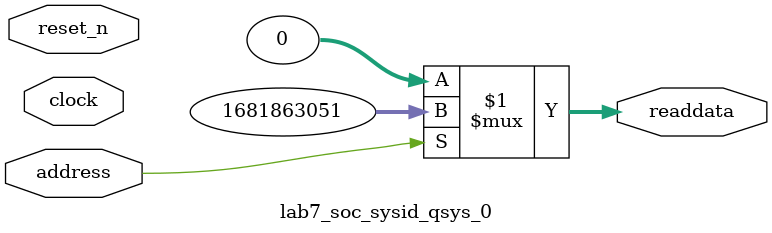
<source format=v>



// synthesis translate_off
`timescale 1ns / 1ps
// synthesis translate_on

// turn off superfluous verilog processor warnings 
// altera message_level Level1 
// altera message_off 10034 10035 10036 10037 10230 10240 10030 

module lab7_soc_sysid_qsys_0 (
               // inputs:
                address,
                clock,
                reset_n,

               // outputs:
                readdata
             )
;

  output  [ 31: 0] readdata;
  input            address;
  input            clock;
  input            reset_n;

  wire    [ 31: 0] readdata;
  //control_slave, which is an e_avalon_slave
  assign readdata = address ? 1681863051 : 0;

endmodule



</source>
